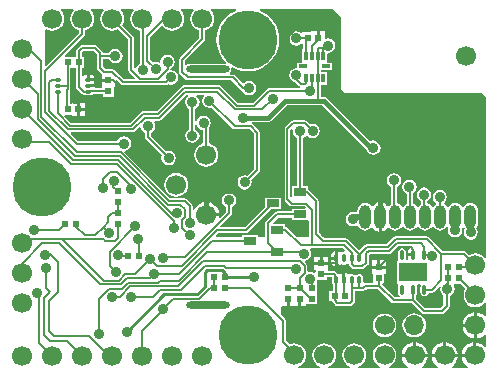
<source format=gtl>
%FSTAX25Y25*%
%MOIN*%
%SFA1B1*%

%IPPOS*%
%ADD10R,0.024410X0.024410*%
%ADD11R,0.022840X0.024410*%
%ADD12R,0.024410X0.022840*%
%ADD13R,0.024410X0.024410*%
%ADD14O,0.039370X0.078740*%
%ADD15O,0.013780X0.031500*%
%ADD16R,0.041340X0.025590*%
%ADD17O,0.023620X0.011810*%
%ADD18R,0.031500X0.011810*%
%ADD19R,0.011810X0.031500*%
%ADD20R,0.094490X0.064960*%
%ADD21O,0.015750X0.031500*%
%ADD22C,0.006000*%
%ADD23C,0.007000*%
%ADD24C,0.015750*%
%ADD25C,0.010000*%
%ADD26C,0.008000*%
%ADD27C,0.019690*%
%ADD28C,0.066930*%
%ADD29O,0.066930X0.066930*%
%ADD30C,0.196850*%
%ADD31O,0.145670X0.023620*%
%ADD32C,0.035430*%
%ADD33C,0.027560*%
%LNtop_board1-1*%
%LPD*%
G36*
X0195857Y0150483D02*
X020119D01*
X0201472Y0150099*
Y0144882*
X0197433*
X0194287Y0148027*
X0193973Y0148237*
X0193612Y0148309*
Y0149222*
X0189703*
X0189512Y0149684*
X019117Y0151343*
X0195857*
Y0150483*
G37*
G36*
X0196236Y0180675D02*
X0196106Y018002D01*
X019629Y0179094*
X0196814Y017831*
X0197555Y0177814*
Y0161722*
X0195857*
Y0158553*
X0195357Y0158262*
X019526Y0158317*
Y0180406*
X0195775Y0180921*
X0196236Y0180675*
G37*
G36*
X0130887Y0205844D02*
Y0205571D01*
X0130836Y0205315*
X0130887Y0205059*
Y0201314*
X0130961Y0200943*
X0131171Y0200629*
X0132156Y0199643*
X0132425Y0199268*
Y0197547*
X0134646*
Y0196547*
X0132425*
Y0194827*
X0132051Y0194524*
X0130509*
X013031Y0194776*
X0127953*
Y0195776*
X0130066*
X0130042Y0195896*
X0129799Y019626*
X0130042Y0196624*
X0130066Y0196744*
X0127953*
Y0197244*
X0127453*
Y0198866*
X0127362*
X0126742Y0198742*
X0126216Y0198391*
X0126205Y0198375*
X0125705Y0198526*
Y0201329*
X0126427*
Y020497*
X0125654*
Y0206499*
X0126124Y020697*
X0129762*
X0130887Y0205844*
G37*
G36*
X0209257Y0131398D02*
Y0129626D01*
X0209357Y0129123*
X0209551Y0128832*
Y0127017*
X0208219*
Y0123376*
X0209132*
X0209318Y0123098*
X0210261Y0122155*
X0210592Y0121934*
X0210982Y0121857*
X0215259*
X0215649Y0121934*
X021598Y0122155*
X0216624Y01228*
X0216845Y0123131*
X0216923Y0123521*
Y0126972*
X0219626*
X0220016Y012705*
X0220347Y0127271*
X0220698Y0127622*
X0224381*
X0229004Y0123*
X0229334Y0122778*
X0229724Y0122701*
X0235798*
X0239049Y011945*
X023938Y0119229*
X023977Y0119151*
X0245704*
X0246094Y0119229*
X0246425Y011945*
X0248048Y0121073*
X0248269Y0121404*
X0248347Y0121794*
Y0125282*
X0248563Y0125325*
X0249347Y0125849*
X0249871Y0126633*
X0250055Y0127559*
X0249871Y0128484*
X0249656Y0128807*
X0249644Y0128897*
X024994Y0129282*
X0252006*
X0253687Y01276*
X0253521Y0127384*
X0253124Y0126424*
X0252988Y0125394*
X0253124Y0124364*
X0253521Y0123403*
X0254154Y0122579*
X0254978Y0121947*
X0255938Y0121549*
X0256968Y0121413*
X0257999Y0121549*
X0258959Y0121947*
X0259783Y0122579*
X026013Y0123031*
X026063Y0122861*
Y011854*
X0260156Y0118379*
X0260068Y0118494*
X025916Y011919*
X0258103Y0119628*
X0257469Y0119712*
Y0115394*
Y0111076*
X0258103Y0111159*
X025916Y0111597*
X0260068Y0112294*
X0260156Y0112408*
X026063Y0112248*
Y0108224*
X026013Y0108054*
X0259793Y0108494*
X0258885Y010919*
X0257828Y0109628*
X0257193Y0109712*
Y0105394*
X0256693*
Y0104894*
X0252375*
X0252458Y0104259*
X0252896Y0103202*
X0253593Y0102294*
X0254391Y0101681*
X0254269Y0101181*
X0249117*
X0248994Y0101681*
X0249793Y0102294*
X0250489Y0103202*
X0250927Y0104259*
X0251011Y0104894*
X0242375*
X0242458Y0104259*
X0242896Y0103202*
X0243593Y0102294*
X0244391Y0101681*
X0244269Y0101181*
X0239117*
X0238994Y0101681*
X0239793Y0102294*
X024049Y0103202*
X0240928Y0104259*
X0241011Y0104894*
X0232375*
X0232458Y0104259*
X0232896Y0103202*
X0233593Y0102294*
X0234391Y0101681*
X0234269Y0101181*
X0228103*
X0228003Y0101681*
X0228644Y0101946*
X0229468Y0102579*
X0230101Y0103403*
X0230498Y0104364*
X0230634Y0105394*
X0230498Y0106424*
X0230101Y0107384*
X0229468Y0108208*
X0228644Y0108841*
X0227684Y0109239*
X0226654Y0109374*
X0225623Y0109239*
X0224663Y0108841*
X0223839Y0108208*
X0223206Y0107384*
X0222809Y0106424*
X0222673Y0105394*
X0222809Y0104364*
X0223206Y0103403*
X0223839Y0102579*
X0224663Y0101946*
X0225304Y0101681*
X0225204Y0101181*
X0218004*
X0217905Y0101681*
X0218545Y0101946*
X021937Y0102579*
X0220002Y0103403*
X02204Y0104364*
X0220536Y0105394*
X02204Y0106424*
X0220002Y0107384*
X021937Y0108208*
X0218545Y0108841*
X0217585Y0109239*
X0216555Y0109374*
X0215525Y0109239*
X0214565Y0108841*
X021374Y0108208*
X0213108Y0107384*
X021271Y0106424*
X0212575Y0105394*
X021271Y0104364*
X0213108Y0103403*
X021374Y0102579*
X0214565Y0101946*
X0215206Y0101681*
X0215106Y0101181*
X0208004*
X0207905Y0101681*
X0208545Y0101946*
X020937Y0102579*
X0210002Y0103403*
X02104Y0104364*
X0210536Y0105394*
X02104Y0106424*
X0210002Y0107384*
X020937Y0108208*
X0208545Y0108841*
X0207585Y0109239*
X0206555Y0109374*
X0205525Y0109239*
X0204565Y0108841*
X0203741Y0108208*
X0203108Y0107384*
X020271Y0106424*
X0202575Y0105394*
X020271Y0104364*
X0203108Y0103403*
X0203741Y0102579*
X0204565Y0101946*
X0205206Y0101681*
X0205106Y0101181*
X0198004*
X0197905Y0101681*
X0198545Y0101946*
X019937Y0102579*
X0200002Y0103403*
X02004Y0104364*
X0200536Y0105394*
X02004Y0106424*
X0200002Y0107384*
X019937Y0108208*
X0198545Y0108841*
X0197585Y0109239*
X0196555Y0109374*
X0195525Y0109239*
X0195074Y0109052*
X0193882Y0110244*
Y0116929*
X0193808Y01173*
X0193598Y0117614*
X0192126Y0119086*
Y0121551*
X0192626Y0121992*
X0193988*
Y0124213*
X0194988*
Y0121992*
X0196205*
X0197925*
Y0124134*
X0198925*
Y0121992*
X0200646*
Y0122392*
X0204183*
Y0125593*
Y0125876*
Y0126093*
Y0129576*
X0204171Y0130076*
X0204287Y013066*
X0207332*
Y0131461*
X0209205*
X0209257Y0131398*
G37*
G36*
X0238741Y0128723D02*
X0238654Y0128593D01*
X0238546Y0128051*
Y0126476*
X0238654Y0125935*
X023896Y0125476*
X0239419Y012517*
X0239961Y0125062*
X0240502Y012517*
X0240961Y0125476*
X0241267Y0125935*
X0241339Y0126295*
X024245*
X0242821Y0126369*
X0243135Y0126579*
X0244857Y0128301*
X0245318Y0128055*
X0245219Y0127559*
X0245403Y0126633*
X0245927Y0125849*
X0246308Y0125595*
Y0122217*
X0245281Y012119*
X0240193*
X023724Y0124143*
Y0125505*
X0237527Y0125935*
X0237635Y0126476*
Y0128051*
X0237527Y0128593*
X023744Y0128723*
X0237708Y0129223*
X0238474*
X0238741Y0128723*
G37*
G36*
X0235508Y0141372D02*
X0235501Y0141334D01*
X0234932Y0140954*
X0234537Y0140363*
X0234398Y0139665*
Y0139378*
X0236221*
Y0138378*
X0234398*
Y0138091*
X0234508Y0137539*
X0234276Y0137205*
X0234138Y013709*
X0234039*
X0233787Y0137549*
X0233895Y0138091*
Y0139665*
X0233787Y0140207*
X0233481Y0140666*
X0233022Y0140972*
X023248Y014108*
X0231939Y0140972*
X023148Y0140666*
X0231173Y0140207*
X0231066Y0139665*
Y0138091*
X0231173Y0137549*
X023126Y0137419*
X0230993Y0136919*
X0230896*
Y0129223*
X0230993*
X023126Y0128723*
X0231173Y0128593*
X0231066Y0128051*
Y0126476*
X0231173Y0125935*
X023148Y0125476*
X0231833Y012524*
X023173Y012474*
X0230147*
X0225908Y0128979*
X0226029Y0129479*
X0226624*
Y0132622*
X0227024*
Y0134343*
X0224803*
X0222583*
Y0132622*
X0222983*
Y0129661*
X0220276*
X0220059Y0129618*
X0219641Y0129875*
X0219562Y0129969*
Y0131398*
X0219462Y0131901*
X0219177Y0132327*
X0218751Y0132612*
X0218248Y0132712*
X0217745Y0132612*
X0217319Y0132327*
X0217269Y0132253*
X0216668*
X0216618Y0132327*
X0216192Y0132612*
X0215689Y0132712*
X0215186Y0132612*
X0215024Y0132503*
X0214372Y0132579*
X0214348Y0132615*
X0213789Y0132989*
X021363Y013302*
Y0130512*
X021263*
Y013302*
X0212471Y0132989*
X0211912Y0132615*
X0211888Y0132579*
X0211236Y0132503*
X0211074Y0132612*
X021105Y0132617*
X0210465Y0133201*
X0210134Y0133422*
X0209744Y01335*
X0208107*
X0207732Y0133803*
Y0135524*
X0205512*
X0203291*
Y0133803*
X0203691*
Y0133185*
X0203191Y0132918*
X0202845Y0133149*
X020192Y0133333*
X0201418Y0133233*
X0200918Y0133644*
Y0135094*
X0200848Y0135445*
X0200649Y0135742*
X0200003Y0136388*
X0200168Y0136931*
X0200738Y0137044*
X0201523Y0137569*
X0202047Y0138353*
X0202231Y0139278*
X0202047Y0140204*
X0201744Y0140657*
X0202011Y0141157*
X0212591*
X0213394Y0140354*
X0213148Y0139893*
X021313Y0139897*
X0212627Y0139797*
X0212465Y0139688*
X0211813Y0139763*
X0211789Y01398*
X021123Y0140174*
X0211071Y0140205*
Y0137697*
Y0135188*
X021123Y013522*
X0211789Y0135593*
X0211813Y013563*
X0212465Y0135705*
X0212627Y0135597*
X021313Y0135497*
X0213633Y0135597*
X0214059Y0135882*
X0214109Y0135956*
X0214227*
X021472Y0135886*
X0214794Y0135515*
X0215004Y0135201*
X021585Y0134354*
X0216165Y0134144*
X0216535Y0134071*
X0219291*
X0219662Y0134144*
X0219976Y0134354*
X0221157Y0135536*
X0221367Y013585*
X0221441Y0136221*
Y0138969*
X0221725Y0139253*
X022828*
X0228651Y0139327*
X0228965Y0139537*
X0231263Y0141834*
X0235345*
X0235508Y0141372*
G37*
G36*
X0212205Y021811D02*
Y0194095D01*
X0213386Y0192913*
X0259055*
X026063Y0191339*
Y0151969*
Y0137926*
X026013Y0137756*
X0259783Y0138208*
X0258959Y0138841*
X0257999Y0139239*
X0256968Y0139374*
X0255938Y0139239*
X0254978Y0138841*
X0254929Y0138803*
X0253731Y0140001*
X0253417Y0140211*
X0253046Y0140285*
X0246036*
X0241533Y0144788*
X0241218Y0144998*
X0240848Y0145071*
X0230323*
X0229953Y0144998*
X0229779Y0144882*
X0229638Y0144788*
X0227341Y014249*
X0220754*
X0220383Y0142417*
X0220069Y0142207*
X0218258Y0140395*
X0214542Y0144111*
X0214228Y0144321*
X0213858Y0144395*
X020668*
X0206193Y0144882*
X0205586Y0145489*
X0204709Y0146366*
Y0156791*
X0204635Y0157162*
X0204425Y0157476*
X0201374Y0160527*
X0201191Y016065*
Y0161722*
X0199492*
Y0177814*
X0200234Y017831*
X0200381Y0178531*
X0200881*
X0200957Y0178417*
X0201742Y0177893*
X0202667Y0177709*
X0203593Y0177893*
X0204377Y0178417*
X0204901Y0179201*
X0205085Y0180127*
X0204901Y0181052*
X0204377Y0181837*
X0203593Y0182361*
X0202667Y0182545*
X0201793Y0182371*
X0200704Y018346*
X0200389Y018367*
X0200019Y0183744*
X019626*
X0195889Y018367*
X0195575Y018346*
X0193606Y0181492*
X0193396Y0181178*
X0193323Y0180807*
Y0157579*
X0193396Y0157208*
X0193606Y0156894*
X0195181Y0155319*
X0195495Y0155109*
X0195866Y0155035*
X0199993*
X0200324Y0154704*
X0200133Y0154242*
X0195857*
Y0153382*
X0190748*
X0190358Y0153304*
X0190027Y0153083*
X0187157Y0150213*
X0186936Y0149882*
X0186858Y0149492*
Y0144882*
X0184557*
Y0145482*
X0179223*
Y0144882*
X0170657*
X0170466Y0145344*
X0171299Y0146177*
X0180512*
X0180883Y0146251*
X0181197Y0146461*
X0188959Y0154223*
X0192135*
Y0157982*
X0186802*
Y0154805*
X0180111Y0148114*
X017205*
X0171858Y0148576*
X0175452Y015217*
X0175651Y0152468*
X0175721Y0152819*
Y0154851*
X0175728Y0154853*
X0176513Y0155377*
X0177037Y0156161*
X0177221Y0157087*
X0177037Y0158012*
X0176513Y0158797*
X0175728Y0159321*
X0174803Y0159505*
X0173878Y0159321*
X0173093Y0158797*
X0172569Y0158012*
X0172385Y0157087*
X0172569Y0156161*
X0173093Y0155377*
X0173878Y0154853*
X0173886Y0154851*
Y0153199*
X0171972Y0151285*
X0171498Y0151519*
X0171523Y0151705*
X0167205*
Y0152205*
X0166705*
Y0156523*
X016607Y0156439*
X0165013Y0156001*
X0164105Y0155305*
X0163408Y0154397*
X0163216Y0153933*
X0162716Y0154033*
Y0155131*
X0162646Y0155482*
X0162447Y015578*
X0160746Y0157481*
X0160448Y015768*
X0160097Y0157749*
X015743*
X0157397Y0158249*
X0157496Y0158263*
X0158235Y015836*
X0159195Y0158757*
X0160019Y015939*
X0160652Y0160214*
X016105Y0161174*
X0161185Y0162205*
X016105Y0163235*
X0160652Y0164195*
X0160019Y0165019*
X0159195Y0165652*
X0158235Y016605*
X0157205Y0166185*
X0156175Y016605*
X0155215Y0165652*
X015439Y0165019*
X0153758Y0164195*
X015336Y0163235*
X0153224Y0162205*
X015336Y0161174*
X0153758Y0160214*
X015439Y015939*
X0155215Y0158757*
X0156175Y015836*
X0156913Y0158263*
X0157013Y0158249*
X015698Y0157749*
X0155272*
X0139932Y017309*
X0140097Y0173632*
X0140689Y017375*
X0141473Y0174274*
X0141998Y0175058*
X0142182Y0175984*
X0141998Y0176909*
X0141473Y0177694*
X0140689Y0178218*
X0139763Y0178402*
X0138838Y0178218*
X0138054Y0177694*
X013753Y0176909*
X0137528Y0176901*
X0124498*
X0122107Y0179294*
X0122298Y0179755*
X014282*
X0143191Y0179829*
X0143505Y0180039*
X0144981Y0181516*
X0145524Y0181351*
X0145601Y0180964*
X0146125Y018018*
X0146866Y0179685*
Y0178051*
X014694Y0177681*
X014715Y0177366*
X015248Y0172036*
X0152306Y0171161*
X015249Y0170236*
X0153015Y0169452*
X0153799Y0168927*
X0154724Y0168743*
X015565Y0168927*
X0156434Y0169452*
X0156958Y0170236*
X0157142Y0171161*
X0156958Y0172087*
X0156434Y0172871*
X015565Y0173396*
X0154724Y017358*
X015385Y0173406*
X0148803Y0178452*
Y0179685*
X0149545Y018018*
X0150069Y0180964*
X0150253Y018189*
X0150069Y0182815*
X014985Y0183143*
X0150117Y0183643*
X0151541*
X0151911Y0183716*
X0152225Y0183926*
X0160637Y0192339*
X0161136*
X0161287Y0191839*
X0160889Y0191572*
X0160364Y0190788*
X016018Y0189862*
X0160364Y0188937*
X0160889Y0188152*
X016163Y0187657*
Y0180847*
X0160889Y0180352*
X0160364Y0179567*
X016018Y0178642*
X0160364Y0177716*
X0160889Y0176932*
X0161673Y0176408*
X0162598Y0176224*
X0163524Y0176408*
X0164308Y0176932*
X0164832Y0177716*
X0165016Y0178642*
X0164832Y0179567*
X0164308Y0180352*
X0163567Y0180847*
Y0182039*
X0164067Y0182088*
X0164113Y0181859*
X0164637Y0181075*
X0165421Y0180551*
X0166185Y0180398*
Y0176051*
X0166174Y017605*
X0165215Y0175652*
X016439Y0175019*
X0163758Y0174195*
X016336Y0173235*
X0163224Y0172205*
X016336Y0171175*
X0163758Y0170214*
X016439Y016939*
X0165215Y0168757*
X0166174Y016836*
X0167205Y0168224*
X0168235Y016836*
X0169195Y0168757*
X0170019Y016939*
X0170652Y0170214*
X017105Y0171175*
X0171185Y0172205*
X017105Y0173235*
X0170652Y0174195*
X0170019Y0175019*
X0169195Y0175652*
X0168235Y017605*
X0168224Y0176051*
Y0181326*
X0168581Y0181859*
X0168765Y0182784*
X0168581Y018371*
X0168057Y0184494*
X0167272Y0185019*
X0166347Y0185203*
X0165421Y0185019*
X0164637Y0184494*
X0164113Y018371*
X0164067Y0183481*
X0163567Y018353*
Y0187657*
X0164308Y0188152*
X0164832Y0188937*
X0165016Y0189862*
X0164832Y0190788*
X0164308Y0191572*
X016391Y0191839*
X0164061Y0192339*
X0166324*
X0166512Y0191839*
X0166073Y0191181*
X0165889Y0190256*
X0166073Y018933*
X0166597Y0188546*
X0167382Y0188022*
X0168307Y0187838*
X0169182Y0188012*
X0176185Y0181008*
X0176499Y0180798*
X017687Y0180724*
X0181685*
X0183185Y0179225*
Y0167626*
X0180894Y0165335*
X018002Y0165509*
X0179094Y0165325*
X017831Y01648*
X0177786Y0164016*
X0177602Y0163091*
X0177786Y0162165*
X017831Y0161381*
X0179094Y0160856*
X018002Y0160672*
X0180945Y0160856*
X0181729Y0161381*
X0182254Y0162165*
X0182438Y0163091*
X0182264Y0163965*
X0184838Y016654*
X0185048Y0166854*
X0185122Y0167224*
Y0179626*
X0185048Y0179997*
X0184838Y0180311*
X0182772Y0182378*
X0182457Y0182588*
X018243Y0182593*
X0182479Y0183093*
X0187756*
X0188297Y0183201*
X0188756Y0183508*
X019409Y0188841*
X020591*
X0220607Y0174145*
X0220699Y0173681*
X0221223Y0172896*
X0222008Y0172372*
X0222933Y0172188*
X0223858Y0172372*
X0224643Y0172896*
X0225167Y0173681*
X0225351Y0174606*
X0225167Y0175532*
X0224643Y0176316*
X0223858Y017684*
X0222933Y0177024*
X0222008Y017684*
X022195Y0176802*
X0207496Y0191256*
X0207037Y0191563*
X0206496Y0191671*
X0205465*
Y019566*
X0207489*
Y0200009*
X020535*
Y0200581*
X0209261*
Y0202962*
X0207916*
X0207489Y020314*
Y0205928*
X0207874Y0206243*
X0208799Y0206427*
X0209584Y0206952*
X0210108Y0207736*
X0210292Y0208661*
X0210108Y0209587*
X0209584Y0210371*
X0208799Y0210895*
X0207874Y021108*
X0207248Y0210955*
X0206748Y0211317*
Y0213441*
X0205027*
Y021122*
X0204027*
Y0213441*
X0202307*
Y0213041*
X0199164*
X0198664Y0212928*
X019817Y0213258*
X0197244Y0213442*
X0196319Y0213258*
X0195534Y0212734*
X019501Y0211949*
X0194826Y0211024*
X019501Y0210098*
X0195534Y0209314*
X0196319Y020879*
X0197244Y0208606*
X019817Y020879*
X0198755Y020918*
X0198893Y0209255*
X0199177Y020917*
X0199374Y0209042*
Y020749*
X0199203*
Y020314*
X0198777Y0202962*
X0197431*
Y0201294*
X0197254Y0201148*
X0196328Y0200964*
X0195544Y020044*
X019502Y0199655*
X0194836Y019873*
X019502Y0197805*
X0195544Y019702*
X0196328Y0196496*
X0197064Y019635*
X0198189Y0195225*
X0198474Y0195034*
X019848Y0194997*
X0198236Y0194534*
X0188263*
X0187912Y0194464*
X0187615Y0194265*
X0182908Y0189559*
X017788*
X0172233Y0195206*
X0171936Y0195405*
X0171585Y0195475*
X0159719*
X0159367Y0195405*
X015907Y0195206*
X0150643Y0186779*
X014619*
X0145838Y0186709*
X0145541Y018651*
X0141922Y0182892*
X0122146*
X0119919Y0185119*
X012011Y0185581*
X0122386*
Y0185181*
X0124106*
Y0187401*
Y0189622*
X0122386*
Y0189222*
X012186*
Y0193675*
X0121879Y0193704*
X0121953Y0194075*
Y0195276*
Y0201329*
X0122726*
X0122943*
X0123665*
Y0195*
X0123743Y019461*
X0123964Y0194279*
X0125657Y0192586*
X0125988Y0192365*
X0126378Y0192288*
X0126745*
X0126898Y0192186*
X0127362Y0192093*
X0128543*
X0129008Y0192186*
X0129402Y0192449*
X0129425Y0192484*
X0132825*
Y0191683*
X0136466*
Y0194827*
X0136866*
Y0196938*
X0137328Y0197129*
X013872Y0195737*
X0139034Y0195527*
X0139405Y0195453*
X0153902*
X0154273Y0195527*
X0154587Y0195737*
X0154637Y0195787*
X0155512Y0195613*
X0156437Y0195798*
X0157222Y0196322*
X0157746Y0197106*
X015793Y0198031*
X0157746Y0198957*
X0157222Y0199741*
X0156437Y0200266*
X0155616Y0200429*
X0155497Y0200474*
X0155477Y0200508*
X0155256Y0200916*
X0156041Y020144*
X0156565Y0202224*
X0156749Y020315*
X0156565Y0204075*
X0156041Y0204859*
X0155256Y0205384*
X0154331Y0205568*
X0153405Y0205384*
X0152621Y0204859*
X0152097Y0204075*
X0151926Y0203217*
X015149Y0202907*
X0151319Y0203021*
X0150393Y0203205*
X0149519Y0203031*
X0148606Y0203944*
Y021141*
X0152312Y0215116*
X0152811Y0215083*
X0153071Y0214744*
X0153896Y0214112*
X0154856Y0213714*
X0155886Y0213579*
X0156916Y0213714*
X0157876Y0214112*
X0158701Y0214744*
X0159333Y0215569*
X0159731Y0216529*
X0159866Y0217559*
X0159731Y0218589*
X0159333Y0219549*
X0158706Y0220366*
X0158731Y0220555*
X0158836Y0220866*
X0162935*
X0163041Y0220555*
X0163065Y0220366*
X0162439Y0219549*
X0162041Y0218589*
X0161905Y0217559*
X0162041Y0216529*
X0162439Y0215569*
X0163071Y0214744*
X0163896Y0214112*
X0164856Y0213714*
X0164917Y0213706*
Y0211169*
X015837Y0204622*
X015816Y0204308*
X0158087Y0203937*
Y02*
X015816Y0199629*
X015837Y0199315*
X0160339Y0197347*
X0160653Y0197137*
X0161024Y0197063*
X0175583*
X0178843Y0193803*
X0179157Y0193593*
X017926Y0193573*
X0179262Y0193562*
X0179786Y0192778*
X018057Y0192254*
X0181496Y019207*
X0182421Y0192254*
X0183206Y0192778*
X018373Y0193562*
X0183914Y0194488*
X018373Y0195413*
X0183206Y0196198*
X0182421Y0196722*
X0181496Y0196906*
X018057Y0196722*
X0179786Y0196198*
X0179765Y0196167*
X0179268Y0196118*
X0176669Y0198716*
X0176355Y0198926*
X0175984Y0199*
X017525*
X0175098Y01995*
X0175103Y0199503*
X0175497Y0200093*
X0175635Y0200787*
X0175554Y0201197*
X0176001Y0201509*
X0176347Y0201297*
X0177865Y0200668*
X0179464Y0200284*
X0181102Y0200155*
X0182741Y0200284*
X0184339Y0200668*
X0185858Y0201297*
X0187259Y0202156*
X0188509Y0203223*
X0189577Y0204473*
X0190435Y0205874*
X0191065Y0207393*
X0191448Y0208991*
X0191577Y021063*
X0191448Y0212268*
X0191065Y0213867*
X0190435Y0215385*
X0189577Y0216787*
X0188509Y0218037*
X0187259Y0219104*
X0185858Y0219963*
X0184885Y0220366*
X0184984Y0220866*
X0209449*
X0212205Y021811*
G37*
G36*
X017732Y0220366D02*
X0176347Y0219963D01*
X0174945Y0219104*
X0173696Y0218037*
X0172628Y0216787*
X0171769Y0215385*
X017114Y0213867*
X0170756Y0212268*
X0170627Y021063*
X0170756Y0208991*
X017114Y0207393*
X0171769Y0205874*
X0172628Y0204473*
X0173696Y0203223*
X0173852Y020309*
X0173651Y0202603*
X0161614*
X0160919Y0202465*
X0160524Y0202201*
X0160024Y0202445*
Y0203536*
X0166571Y0210083*
X0166781Y0210397*
X0166854Y0210768*
Y0213706*
X0166916Y0213714*
X0167876Y0214112*
X0168701Y0214744*
X0169333Y0215569*
X0169731Y0216529*
X0169866Y0217559*
X0169731Y0218589*
X0169333Y0219549*
X0168706Y0220366*
X0168731Y0220555*
X0168836Y0220866*
X017722*
X017732Y0220366*
G37*
G36*
X0143041Y0220555D02*
X0143065Y0220366D01*
X0142439Y0219549*
X0142041Y0218589*
X0141905Y0217559*
X0142041Y0216529*
X0142439Y0215569*
X0143071Y0214744*
X0143896Y0214112*
X0144856Y0213714*
X0145094Y0213683*
Y0202599*
X0144353Y0202103*
X0143857Y0201361*
X0143797Y0201309*
X0143287Y0201161*
X0143142Y0201269*
Y0211221*
X0143072Y0211572*
X0142873Y0211869*
X0139264Y0215479*
X0139333Y0215569*
X0139731Y0216529*
X0139866Y0217559*
X0139731Y0218589*
X0139333Y0219549*
X0138706Y0220366*
X0138731Y0220555*
X0138837Y0220866*
X0142935*
X0143041Y0220555*
G37*
G36*
X0133041D02*
X0133065Y0220366D01*
X0132439Y0219549*
X0132041Y0218589*
X0131905Y0217559*
X0132041Y0216529*
X0132439Y0215569*
X0133071Y0214744*
X0133896Y0214112*
X0134856Y0213714*
X0135886Y0213579*
X0136916Y0213714*
X0137876Y0214112*
X0137966Y0214181*
X0141307Y021084*
Y0200453*
X0141377Y0200102*
X0141576Y0199804*
X0143528Y0197852*
X0143336Y019739*
X0139806*
X013661Y0200587*
X0136296Y0200797*
X0135925Y020087*
X0133669*
X0132824Y0201715*
Y0204295*
X0134686*
X0135206Y0203517*
X0135991Y0202993*
X0136916Y0202808*
X0137841Y0202993*
X0138626Y0203517*
X013915Y0204301*
X0139334Y0205226*
X013915Y0206152*
X0138626Y0206936*
X0137841Y0207461*
X0136916Y0207645*
X0135991Y0207461*
X0135206Y0206936*
X0134804Y0206334*
X0132806*
X013275Y0206616*
X013254Y020693*
X0130848Y0208623*
X0130533Y0208833*
X0130163Y0208907*
X0125723*
X0125353Y0208833*
X0125038Y0208623*
X0124Y0207585*
X012379Y0207271*
X0123716Y02069*
Y020497*
X0122943*
X0122726*
X0120307*
X0120116Y0205432*
X0126535Y0211851*
X0126734Y0212149*
X0126803Y02125*
Y0213699*
X0126916Y0213714*
X0127876Y0214112*
X01287Y0214744*
X0129333Y0215569*
X0129731Y0216529*
X0129866Y0217559*
X0129731Y0218589*
X0129333Y0219549*
X0128706Y0220366*
X0128731Y0220555*
X0128837Y0220866*
X0132935*
X0133041Y0220555*
G37*
G36*
X0123041D02*
X0123065Y0220366D01*
X0122439Y0219549*
X0122041Y0218589*
X0121905Y0217559*
X0122041Y0216529*
X0122439Y0215569*
X0123071Y0214744*
X0123896Y0214112*
X0124856Y0213714*
X0124968Y0213699*
Y021288*
X0113848Y020176*
X0113386Y0201951*
Y0213938*
X0113834Y0214159*
X0113896Y0214112*
X0114856Y0213714*
X0115886Y0213579*
X0116916Y0213714*
X0117876Y0214112*
X0118701Y0214744*
X0119333Y0215569*
X0119731Y0216529*
X0119866Y0217559*
X0119731Y0218589*
X0119333Y0219549*
X0118706Y0220366*
X0118731Y0220555*
X0118836Y0220866*
X0122935*
X0123041Y0220555*
G37*
%LNtop_board1-2*%
%LPC*%
G36*
X0128543Y0198866D02*
X0128453D01*
Y0197744*
X0130066*
X0130042Y0197865*
X012969Y0198391*
X0129164Y0198742*
X0128543Y0198866*
G37*
G36*
X0226654Y0119335D02*
X0225623Y0119199D01*
X0224663Y0118801*
X0223839Y0118169*
X0223206Y0117345*
X0222809Y0116385*
X0222673Y0115354*
X0222809Y0114324*
X0223206Y0113364*
X0223839Y011254*
X0224663Y0111907*
X0225623Y011151*
X0226654Y0111374*
X0227684Y011151*
X0228644Y0111907*
X0229468Y011254*
X0230101Y0113364*
X0230498Y0114324*
X0230634Y0115354*
X0230498Y0116385*
X0230101Y0117345*
X0229468Y0118169*
X0228644Y0118801*
X0227684Y0119199*
X0226654Y0119335*
G37*
G36*
X0256469Y0119712D02*
X0255834Y0119628D01*
X0254777Y011919*
X0253869Y0118494*
X0253172Y0117586*
X0252734Y0116528*
X025265Y0115894*
X0256469*
Y0119712*
G37*
G36*
X0236614Y0119374D02*
X0235584Y0119239D01*
X0234624Y0118841*
X02338Y0118208*
X0233167Y0117384*
X0232769Y0116424*
X0232634Y0115394*
X0232769Y0114364*
X0233167Y0113403*
X02338Y0112579*
X0234624Y0111946*
X0235584Y0111549*
X0236614Y0111413*
X0237644Y0111549*
X0238604Y0111946*
X0239429Y0112579*
X0240061Y0113403*
X0240459Y0114364*
X0240595Y0115394*
X0240459Y0116424*
X0240061Y0117384*
X0239429Y0118208*
X0238604Y0118841*
X0237644Y0119239*
X0236614Y0119374*
G37*
G36*
X0246193Y0109712D02*
X0245558Y0109628D01*
X0244501Y010919*
X0243593Y0108494*
X0242896Y0107586*
X0242458Y0106528*
X0242375Y0105894*
X0246193*
Y0109712*
G37*
G36*
X0237193D02*
Y0105894D01*
X0241011*
X0240928Y0106528*
X024049Y0107586*
X0239793Y0108494*
X0238885Y010919*
X0237828Y0109628*
X0237193Y0109712*
G37*
G36*
X0236193D02*
X0235558Y0109628D01*
X0234501Y010919*
X0233593Y0108494*
X0232896Y0107586*
X0232458Y0106528*
X0232375Y0105894*
X0236193*
Y0109712*
G37*
G36*
X0256469Y0114894D02*
X025265D01*
X0252734Y0114259*
X0253172Y0113202*
X0253869Y0112294*
X0254777Y0111597*
X0255834Y0111159*
X0256469Y0111076*
Y0114894*
G37*
G36*
X0256193Y0109712D02*
X0255558Y0109628D01*
X0254501Y010919*
X0253593Y0108494*
X0252896Y0107586*
X0252458Y0106528*
X0252375Y0105894*
X0256193*
Y0109712*
G37*
G36*
X0247193D02*
Y0105894D01*
X0251011*
X0250927Y0106528*
X0250489Y0107586*
X0249793Y0108494*
X0248885Y010919*
X0247828Y0109628*
X0247193Y0109712*
G37*
G36*
X0210071Y0137197D02*
X0208849D01*
Y0136811*
X020898Y0136152*
X0209353Y0135593*
X0209912Y013522*
X0210071Y0135188*
Y0137197*
G37*
G36*
X0227024Y0137063D02*
X0225303D01*
Y0135343*
X0227024*
Y0137063*
G37*
G36*
X0224303D02*
X0222583D01*
Y0135343*
X0224303*
Y0137063*
G37*
G36*
X0205012Y0138244D02*
X0203291D01*
Y0136524*
X0205012*
Y0138244*
G37*
G36*
X0210071Y0140205D02*
X0209912Y0140174D01*
X0209353Y01398*
X020898Y0139242*
X0208849Y0138583*
Y0138197*
X0210071*
Y0140205*
G37*
G36*
X0207732Y0138244D02*
X0206012D01*
Y0136524*
X0207732*
Y0138244*
G37*
G36*
X0229823Y0166198D02*
X0228898Y0166014D01*
X0228113Y0165489*
X0227589Y0164705*
X0227405Y0163779*
X0227589Y0162854*
X0228113Y016207*
X0228854Y0161574*
Y0155766*
X0228345Y0155375*
X0228233Y0155229*
X0228159Y0155199*
X0227614Y0155244*
X0227294Y015566*
X0226674Y0156136*
X0225952Y0156435*
X0225677Y0156472*
Y0151575*
Y0146678*
X0225952Y0146714*
X0226674Y0147013*
X0227294Y0147489*
X0227614Y0147906*
X0228159Y0147951*
X0228233Y0147921*
X0228345Y0147774*
X0228882Y0147363*
X0229507Y0147104*
X0230177Y0147016*
X0230848Y0147104*
X0231472Y0147363*
X0232009Y0147774*
X0232402Y0148287*
X0232672Y0148327*
X0232682*
X0232788Y0148311*
X0232952Y0148287*
X0233345Y0147774*
X0233882Y0147363*
X0234507Y0147104*
X0235177Y0147016*
X0235848Y0147104*
X0236473Y0147363*
X0237009Y0147774*
X0237402Y0148287*
X0237672Y0148327*
X0237682*
X0237952Y0148287*
X0238345Y0147774*
X0238882Y0147363*
X0239507Y0147104*
X0240177Y0147016*
X0240848Y0147104*
X0241473Y0147363*
X0242009Y0147774*
X0242402Y0148287*
X0242672Y0148327*
X0242682*
X0242952Y0148287*
X0243345Y0147774*
X0243882Y0147363*
X0244507Y0147104*
X0245177Y0147016*
X0245848Y0147104*
X0246473Y0147363*
X0247009Y0147774*
X0247028Y01478*
X024721Y0148037*
X0247612Y0148085*
X0247811Y0148027*
X0247909Y01478*
X0247779Y0147146*
X0247963Y014622*
X0248487Y0145436*
X0248568Y0145382*
X0249271Y0144912*
X0250197Y0144728*
X0251122Y0144912*
X0251907Y0145436*
X0252431Y014622*
X0252615Y0147146*
X0252486Y0147794*
X0252554Y0147988*
X0252646Y0148028*
X0253181Y0147988*
X0253345Y0147774*
X0253452Y0147692*
X0253179Y0147284*
X0252995Y0146358*
X0253179Y0145433*
X0253703Y0144648*
X0254488Y0144124*
X0255413Y014394*
X0256339Y0144124*
X0257123Y0144648*
X0257647Y0145433*
X0257832Y0146358*
X0257647Y0147284*
X0257175Y0147991*
X0257421Y0148311*
X025768Y0148936*
X0257768Y0149606*
Y0151969*
Y0153543*
X025768Y0154214*
X0257421Y0154839*
X0257009Y0155375*
X0256472Y0155787*
X0255848Y0156046*
X0255177Y0156134*
X0254507Y0156046*
X0253882Y0155787*
X0253345Y0155375*
X0252952Y0154863*
X0252682Y0154823*
X0252672*
X0252402Y0154863*
X0252009Y0155375*
X0251472Y0155787*
X0250848Y0156046*
X0250177Y0156134*
X0249507Y0156046*
X0248882Y0155787*
X0248345Y0155375*
X0247952Y0154863*
X0247682Y0154823*
X0247672*
X0247402Y0154863*
X0247009Y0155375*
X024657Y0155712*
X0246516Y0156086*
X0246546Y0156298*
X0246789Y0156459*
X0247313Y0157244*
X0247497Y0158169*
X0247313Y0159095*
X0246789Y0159879*
X0246004Y0160403*
X0245079Y0160587*
X0244153Y0160403*
X0243369Y0159879*
X0242845Y0159095*
X0242661Y0158169*
X0242845Y0157244*
X0243369Y0156459*
X0243688Y0156246*
X024372Y0156169*
X0243693Y0155642*
X0243345Y0155375*
X0242952Y0154863*
X0242682Y0154823*
X0242672*
X0242402Y0154863*
X0242009Y0155375*
X0241473Y0155787*
X0240848Y0156046*
X0240831Y0156048*
Y0156752*
X0241572Y0157247*
X0242096Y0158031*
X024228Y0158957*
X0242096Y0159882*
X0241572Y0160667*
X0240788Y0161191*
X0239862Y0161375*
X0238937Y0161191*
X0238152Y0160667*
X0237628Y0159882*
X0237444Y0158957*
X0237628Y0158031*
X0238152Y0157247*
X0238894Y0156752*
Y0155792*
X0238882Y0155787*
X0238345Y0155375*
X0237952Y0154863*
X0237682Y0154823*
X0237672*
X0237402Y0154863*
X0237009Y0155375*
X0236473Y0155787*
X0236146Y0155922*
Y0159468*
X0236651Y0159806*
X0237175Y016059*
X0237359Y0161516*
X0237175Y0162441*
X0236651Y0163226*
X0235866Y016375*
X0234941Y0163934*
X0234016Y016375*
X0233231Y0163226*
X0232707Y0162441*
X0232523Y0161516*
X0232707Y016059*
X0233231Y0159806*
X0234016Y0159282*
X0234209Y0159243*
Y0155922*
X0233882Y0155787*
X0233345Y0155375*
X0232952Y0154863*
X0232682Y0154823*
X0232672*
X0232402Y0154863*
X0232009Y0155375*
X0231472Y0155787*
X0230848Y0156046*
X0230791Y0156053*
Y0161574*
X0231533Y016207*
X0232057Y0162854*
X0232241Y0163779*
X0232057Y0164705*
X0231533Y0165489*
X0230748Y0166014*
X0229823Y0166198*
G37*
G36*
X0224677Y0156472D02*
X0224402Y0156435D01*
X022368Y0156136*
X022306Y015566*
X022274Y0155244*
X0222195Y0155199*
X0222121Y0155229*
X0222009Y0155375*
X0221473Y0155787*
X0220848Y0156046*
X0220177Y0156134*
X0219507Y0156046*
X0218882Y0155787*
X0218345Y0155375*
X0217934Y0154839*
X0217675Y0154214*
X0217586Y0153543*
Y015319*
X0216929*
X0216574Y015312*
X0216142Y0153206*
X0215216Y0153021*
X0214432Y0152497*
X0213908Y0151713*
X0213859Y0151469*
X0213724Y0150787*
X0213908Y0149862*
X0214432Y0149077*
X0215216Y0148553*
X0216142Y0148369*
X0217067Y0148553*
X0217243Y0148671*
X0217862Y0148483*
X0217934Y0148311*
X0218345Y0147774*
X0218882Y0147363*
X0219507Y0147104*
X0220177Y0147016*
X0220848Y0147104*
X0221473Y0147363*
X0222009Y0147774*
X0222121Y0147921*
X0222195Y0147951*
X022274Y0147906*
X022306Y0147489*
X022368Y0147013*
X0224402Y0146714*
X0224677Y0146678*
Y0151575*
Y0156472*
G37*
G36*
X0126827Y0186901D02*
X0125106D01*
Y0185181*
X0126827*
Y0186901*
G37*
G36*
Y0189622D02*
X0125106D01*
Y0187901*
X0126827*
Y0189622*
G37*
G36*
X0167705Y0156523D02*
Y0152705D01*
X0171523*
X0171439Y0153339*
X0171001Y0154397*
X0170305Y0155305*
X0169397Y0156001*
X0168339Y0156439*
X0167705Y0156523*
G37*
%LNtop_board1-3*%
%LPD*%
G54D10*
X0173425Y0127953D03*
X0169882D03*
X0144685Y0138681D03*
X0141142D03*
X0200984Y021122D03*
X0204527D03*
X0213583Y0125197D03*
X0210039D03*
X0121063Y0187402D03*
X0124606D03*
G54D11*
X0124685Y020315D03*
X0120984D03*
X0120098Y0149213D03*
X0123799D03*
X0251555Y0131102D03*
X0247854D03*
X0251457Y0134941D03*
X0247756D03*
X0169902Y0131496D03*
X0173602D03*
G54D12*
X0137697Y0149134D03*
Y0152835D03*
Y0160118D03*
Y0156417D03*
X0198425Y0127835D03*
Y0124134D03*
X0202362Y0127835D03*
Y0124134D03*
G54D13*
X0205512Y0136024D03*
Y013248D03*
X0134646Y0193504D03*
Y0197047D03*
X0194488Y0127756D03*
Y0124213D03*
X0224803Y0131299D03*
Y0134843D03*
G54D14*
X0255177Y0151575D03*
X0250177D03*
X0245177D03*
X0240177D03*
X0235177D03*
X0230177D03*
X0225177D03*
X0220177D03*
G54D15*
X0210571Y0137697D03*
X021313D03*
X0215689D03*
X0218248D03*
Y0130512D03*
X0215689D03*
X021313D03*
X0210571D03*
G54D16*
X018189Y0143602D03*
X0190945Y0147343D03*
Y0139862D03*
X0189469Y0156102D03*
X0198524Y0159843D03*
Y0152362D03*
G54D17*
X0117717Y0193307D03*
Y0195276D03*
Y0197244D03*
X0127953D03*
Y0195276D03*
Y0193307D03*
G54D18*
X0207086Y0201772D03*
X0199606D03*
G54D19*
X0200394Y0205315D03*
X0202362D03*
X020433D03*
X0206299D03*
Y0197835D03*
X020433D03*
X0202362D03*
X0200394D03*
G54D20*
X0236221Y0133071D03*
G54D21*
X0239961Y0127264D03*
X0236221D03*
X023248D03*
Y0138878D03*
X0236221D03*
X0239961D03*
G54D22*
X01244Y0191732D02*
X0124409D01*
X0123613Y0190945D02*
X01244Y0191732D01*
X0113386Y0137931D02*
Y0138976D01*
Y0137931D02*
X0113521Y0137795D01*
X0115004Y0139278*
X0113779Y0127926D02*
X0115065Y0126641D01*
X0113779Y0127926D02*
Y0134645D01*
X0117736Y0126496D02*
Y0136546D01*
X0115004Y0139278D02*
X0117736Y0136546D01*
X0160281Y0138297D02*
X0174803Y0152819D01*
Y0157087*
X0152667Y0138297D02*
X0160281D01*
X0171585Y0194557D02*
X01775Y0188642D01*
X0159719Y0194557D02*
X0171585D01*
X0151023Y0185861D02*
X0159719Y0194557D01*
X0151707Y01272D02*
X0158712D01*
X0122047Y0169291D02*
X0137341D01*
X0114685Y0176654D02*
X0122047Y0169291D01*
X0105866Y0176654D02*
X0114685D01*
X0122914Y0170491D02*
X0137838D01*
X0105866Y0187539D02*
X0122914Y0170491D01*
X0111024Y0184252D02*
X0123584Y0171691D01*
X0111024Y0184252D02*
Y0192618D01*
X0112224Y0184824D02*
X0124016Y0173031D01*
X0112224Y0184824D02*
Y0203623D01*
X0124016Y0173031D02*
X0138692D01*
X0135886Y0217559D02*
X0142224Y0211221D01*
Y0200453D02*
Y0211221D01*
Y0200453D02*
X0145006Y0197672D01*
X0151056*
X0142302Y0181974D02*
X014619Y0185861D01*
X0117717Y0186024D02*
X0121766Y0181974D01*
X0142302*
X0135827Y0124803D02*
X0138348D01*
X0135039Y0135039D02*
X0137008Y0133071D01*
X0138348Y0124803D02*
X0141945Y01284D01*
X0135039Y0135039D02*
Y0139961D01*
X0143504Y0148425*
X0141945Y01284D02*
X0157927D01*
X0166261Y0136733*
X0149409Y0124901D02*
X0151707Y01272D01*
X0166261Y0136733D02*
X019836D01*
X02Y0135094*
Y0132774D02*
Y0135094D01*
X0198425Y0131199D02*
X02Y0132774D01*
X0198425Y0127835D02*
Y0131199D01*
X0202126Y0124134D02*
X0202362D01*
X0198425Y0127835D02*
X0202126Y0124134D01*
X0194488Y0127756D02*
X0198346D01*
X0154331Y0200946D02*
Y020315D01*
X0151056Y0197672D02*
X0154331Y0200946D01*
X014619Y0185861D02*
X0151023D01*
X0201673Y0193602D02*
X0202362Y0194291D01*
X0201659Y0193617D02*
X0201673Y0193602D01*
X0183289Y0188642D02*
X0188263Y0193617D01*
X01775Y0188642D02*
X0183289D01*
X0158712Y01272D02*
X0166779Y0135266D01*
X0173911Y0134538D02*
X0197254D01*
X0173182Y0135266D02*
X0173911Y0134538D01*
X0166779Y0135266D02*
X0173182D01*
X0128025Y0112008D02*
X0134875Y0105157D01*
X0116535Y0112008D02*
X0128025D01*
X0134875Y0105157D02*
X0135787D01*
X0197254Y0134062D02*
Y0134538D01*
X0105866Y0207539D02*
X0108307D01*
X0112224Y0203623*
X0160097Y0156832D02*
X0161798Y0155131D01*
X0159127Y0147975D02*
X0161721Y0145381D01*
X0156354Y0151976D02*
X0157338Y015296D01*
X0158595Y0155632D02*
X016016Y0154067D01*
X0105866Y0197539D02*
X0106102D01*
X0111024Y0192618*
X0114862Y0113681D02*
X0116535Y0112008D01*
X0114862Y0113681D02*
Y0123622D01*
X0117736Y0126496*
X0113091Y0124667D02*
X0115065Y0126641D01*
X0113091Y0112303D02*
Y0124667D01*
Y0112303D02*
X0115256Y0110138D01*
X0120807*
X0125787Y0105157*
X0111319Y0109626D02*
X0115787Y0105157D01*
X0111319Y0109626D02*
Y0125492D01*
X0110728Y0126083D02*
X0111319Y0125492D01*
X0142224Y0124901D02*
X0149409D01*
X0156377Y0147736D02*
Y0150255D01*
X0154892Y0156832D02*
X0160097D01*
X0154395Y0155632D02*
X0158595D01*
X0157338Y015296D02*
X0157488D01*
X0159127Y0147975D02*
Y0150631D01*
X016016Y0151664*
Y0154067*
X0161122Y0148848D02*
X0161798Y0149524D01*
Y0155131*
X0152667Y0137967D02*
Y0138297D01*
X0117717Y0186024D02*
Y0193307D01*
X0202362Y0194291D02*
Y0197835D01*
X0188263Y0193617D02*
X0201659D01*
X0138692Y0173031D02*
X0154892Y0156832D01*
X0138335Y0171691D02*
X0154395Y0155632D01*
X0137838Y0170491D02*
X0156354Y0151976D01*
X0137341Y0169291D02*
X0156377Y0150255D01*
X0123584Y0171691D02*
X0138335D01*
X0124118Y0175984D02*
X0139763D01*
X0113424Y0186679D02*
X0124118Y0175984D01*
X0113424Y0200038D02*
X0125886Y02125D01*
Y0217559*
X0113424Y0186679D02*
Y0200038D01*
G54D23*
X0120891Y0187574D02*
X0121063Y0187402D01*
X0120891Y0187574D02*
Y0193982D01*
X0120984Y0194075*
X0109749Y0147153D02*
X0118039D01*
X0164901Y012435D02*
X0168504Y0127953D01*
X0156239Y012435D02*
X0164901D01*
X0152756Y0120866D02*
X0156239Y012435D01*
X0175984Y0198031D02*
X0179528Y0194488D01*
X0161024Y0198031D02*
X0175984D01*
X0159055Y0203937D02*
X0165886Y0210768D01*
X0159055Y02D02*
Y0203937D01*
Y02D02*
X0161024Y0198031D01*
X0158998Y0135246D02*
X0170898Y0147146D01*
X0150877Y0135246D02*
X0158998D01*
X0170898Y0147146D02*
X0180512D01*
X0169193Y0143602D02*
X018189D01*
X0158071Y013248D02*
X0169193Y0143602D01*
X0149803Y013248D02*
X0158071D01*
X0167622Y0139862D02*
X0190945D01*
X0158075Y0130315D02*
X0167622Y0139862D01*
X015187Y0130315D02*
X0158075D01*
X0170866Y0193307D02*
X0176781Y0187392D01*
X0160236Y0193307D02*
X0170866D01*
X0151541Y0184611D02*
X0160236Y0193307D01*
X0179528Y0194488D02*
X0181496D01*
X0147638Y0211811D02*
X0152972Y0217146D01*
X0147638Y0203543D02*
Y0211811D01*
Y0203543D02*
X0150393Y0200787D01*
X0152972Y0217146D02*
X0156299D01*
X0131855Y0205315D02*
Y0206245D01*
Y0201314D02*
Y0205315D01*
X0130163Y0207938D02*
X0131855Y0206245D01*
X0124685Y02069D02*
X0125723Y0207938D01*
X0130163*
X0239961Y0138878D02*
X0242815D01*
X0242519Y0138582D02*
X0242815Y0138878D01*
X0131855Y0201314D02*
X0133268Y0199902D01*
X0135925*
X0139405Y0196422*
X0153902*
X014282Y0180724D02*
X0146707Y0184611D01*
X0114961Y0186909D02*
X0121146Y0180724D01*
X014282*
X0134734Y0127559D02*
X0139022D01*
X0131404Y0112407D02*
Y0124229D01*
X0134734Y0127559*
X0131975Y0129049D02*
X0138673D01*
X0138135Y0130349D02*
X0140188Y0132402D01*
X0133037Y0130349D02*
X0138135D01*
X0139022Y0127559D02*
X0141112Y012965D01*
X0118229Y0142795D02*
X0131975Y0129049D01*
X0119291Y0144095D02*
X0133037Y0130349D01*
X0140188Y0132402D02*
X0143327D01*
X0140727Y0131102D02*
X0148425D01*
X0141112Y012965D02*
X0151205D01*
X0138673Y0129049D02*
X0140727Y0131102D01*
X0143327Y0132402D02*
X0148524Y0137598D01*
X0148425Y0131102D02*
X0149803Y013248D01*
X0107008Y0144095D02*
X0119291D01*
X0112578Y0142795D02*
X0118229D01*
X0151205Y012965D02*
X015187Y0130315D01*
X020192Y0130915D02*
X0202156D01*
X0202362Y0130709*
Y0127835D02*
Y0130709D01*
X0124685Y020315D02*
Y02069D01*
X0153902Y0196422D02*
X0155512Y0198031D01*
X0146707Y0184611D02*
X0151541D01*
X0185817Y0187392D02*
X018937Y0190945D01*
X0176781Y0187392D02*
X0185817D01*
X0198524Y0159843D02*
X0200689D01*
X0190945Y0147343D02*
X0193602D01*
X0239961Y0127264D02*
X024245D01*
X0245635Y0130448*
Y0139316*
X0199229Y0139862D02*
X0199813Y0139278D01*
X0190945Y0139862D02*
X0199229D01*
X0247756Y0131201D02*
Y0134941D01*
X0251555Y0131102D02*
X0256968Y0125689D01*
Y0125394D02*
Y0125689D01*
X0256516Y0134941D02*
X0256968Y0135394D01*
X0251457Y0134941D02*
X0256516D01*
X0147835Y0178051D02*
X0154724Y0171161D01*
X0147835Y0178051D02*
Y018189D01*
X0240848Y0144103D02*
X0245635Y0139316D01*
X0227742Y0141522D02*
X0230323Y0144103D01*
X0238693Y0142803D02*
X0239961Y0141535D01*
X022828Y0140222D02*
X0230862Y0142803D01*
X0238693*
X0230323Y0144103D02*
X0240848D01*
X0130139Y0145395D02*
X0133071Y0148327D01*
X0126653Y0145395D02*
X0130139D01*
X0169882Y0127953D02*
X0169902Y0127972D01*
Y0131496*
X0142028Y0160827D02*
Y016192D01*
X0137545Y0166403D02*
X0142028Y016192D01*
X0135103Y0166403D02*
X0137545D01*
X013288Y016418D02*
X0135103Y0166403D01*
X0145787Y0105157D02*
Y0113406D01*
X0152756Y0120374*
Y0120866*
X0162598Y0178642D02*
Y0189862D01*
X013288Y0161228D02*
Y016418D01*
X0137697Y0152835D02*
D01*
Y0156417D01*
X0136299Y0163563D02*
X0136417Y0163681D01*
X0136299Y0161516D02*
Y0163563D01*
Y0161516D02*
X0137697Y0160118D01*
X0123799Y0148248D02*
X0126653Y0145395D01*
X0123799Y0148248D02*
Y0149213D01*
X0118039Y0147153D02*
X0120098Y0149213D01*
X0133071Y0148327D02*
X0134646Y0149902D01*
X0133071Y0147933D02*
Y0148327D01*
X0134646Y0149902D02*
Y0151673D01*
X0135807Y0152835D02*
X0137697D01*
X0134646Y0151673D02*
X0135807Y0152835D01*
X0255177Y0151575D02*
X0255413Y0151339D01*
Y0146358D02*
Y0151339D01*
X0229823Y0151929D02*
X0230177Y0151575D01*
X0229823Y0151929D02*
Y0163779D01*
X0250177Y0147165D02*
Y0151575D01*
Y0147165D02*
X0250197Y0147146D01*
X0245177Y0151575D02*
Y0158071D01*
X0245079Y0158169D02*
X0245177Y0158071D01*
X0239862Y015189D02*
X0240177Y0151575D01*
X0239862Y015189D02*
Y0158957D01*
X0235177Y0151575D02*
Y0161279D01*
X0234941Y0161516D02*
X0235177Y0161279D01*
X0105787Y0136004D02*
X0112578Y0142795D01*
X0105787Y0132874D02*
Y0136004D01*
Y0142874D02*
X0107008Y0144095D01*
X0168504Y0127953D02*
X0169882D01*
X0173425D02*
X018189D01*
X0192913Y0116929*
Y0109843D02*
Y0116929D01*
Y0109843D02*
X0196555Y0106201D01*
Y0105394D02*
Y0106201D01*
X0253046Y0139316D02*
X0256968Y0135394D01*
X0245635Y0139316D02*
X0253046D01*
X0216535Y0135039D02*
X0219291D01*
X0215689Y0135886D02*
X0216535Y0135039D01*
X0215689Y0135886D02*
Y0137697D01*
X0221324Y0140222D02*
X022828D01*
X0220472Y013937D02*
X0221324Y0140222D01*
X0220472Y0136221D02*
Y013937D01*
X0219291Y0135039D02*
X0220472Y0136221D01*
X0239961Y0138878D02*
Y0141535D01*
X0220754Y0141522D02*
X0227742D01*
X0215689Y0137697D02*
Y0139429D01*
X0180512Y0147146D02*
X0189469Y0156102D01*
X0144526Y0144282D02*
X0145374Y014513D01*
X0148524Y0137598D02*
X0150877Y0135246D01*
X0119291Y0144095D02*
X013306D01*
X0144685Y0138681D02*
Y0144123D01*
X0144526Y0144282D02*
X0144685Y0144123D01*
X0193602Y0147343D02*
X0198819Y0142126D01*
X0212992D02*
X0215689Y0139429D01*
X0213858Y0143426D02*
X0218248Y0139035D01*
Y0137697D02*
Y0139035D01*
X0218209Y0138976D02*
X0220754Y0141522D01*
X0200689Y0159843D02*
X020374Y0156791D01*
Y0145965D02*
Y0156791D01*
Y0145965D02*
X0206279Y0143426D01*
X0213858*
X020244Y0142343D02*
X0202658Y0142126D01*
X020244Y0142343D02*
Y0153957D01*
X0200394Y0156004D02*
X020244Y0153957D01*
X0195866Y0156004D02*
X0200394D01*
X0194291Y0157579D02*
X0195866Y0156004D01*
X0194291Y0157579D02*
Y0180807D01*
X0198819Y0142126D02*
X0202658D01*
X0212992*
X0120984Y0194075D02*
Y020315D01*
X0117717Y0195276D02*
X0120984D01*
Y0194075D02*
Y0195276D01*
X0115748Y0197244D02*
X0117717D01*
X0114961Y0196457D02*
X0115748Y0197244D01*
X0114961Y0186909D02*
Y0196457D01*
X0200394Y0196172D02*
Y0197835D01*
X0200132Y019591D02*
X0200394Y0196172D01*
X0198874Y019591D02*
X0200132D01*
X0197254Y019753D02*
X0198874Y019591D01*
X0197254Y019753D02*
Y019873D01*
X018002Y0163091D02*
X0184153Y0167224D01*
Y0179626*
X0182087Y0181693D02*
X0184153Y0179626D01*
X0168307Y0190256D02*
X017687Y0181693D01*
X0182087*
X0200019Y0182776D02*
X0202667Y0180127D01*
X0194291Y0180807D02*
X019626Y0182776D01*
X0200019*
X0198524Y0159843D02*
Y018002D01*
X0137697Y0144573D02*
Y0149134D01*
X0133071Y0147933D02*
X0134737Y0146267D01*
X0134751*
X013361Y0143545D02*
X013667D01*
X013306Y0144095D02*
X013361Y0143545D01*
X013667D02*
X0137697Y0144573D01*
X0165886Y0210768D02*
Y0217559D01*
X0155886D02*
X0156299Y0217146D01*
X0146063Y0200393D02*
Y0217382D01*
X0145886Y0217559D02*
X0146063Y0217382D01*
X0139763Y0175984D02*
X0139764D01*
G54D24*
X0167205Y0156476D02*
X0170974Y0160246D01*
X0176467*
X0177067Y0159646*
X0193504Y0190256D02*
X0206496D01*
X0222146Y0174606D02*
X0222933D01*
X0206496Y0190256D02*
X0222146Y0174606D01*
X0179587Y0184508D02*
X0187756D01*
X0167205Y0152205D02*
Y0156476D01*
X0183268Y0159646D02*
X0190059Y0166437D01*
Y0181299*
X0225177Y0151575D02*
Y0163996D01*
X0177067Y0159646D02*
X0183268D01*
X0222392Y0166781D02*
X0226083Y0170472D01*
X0187756Y0184508D02*
X0193504Y0190256D01*
X0190059Y0181299D02*
X019439Y018563D01*
X0203543*
X0222392Y0166781*
X0225177Y0163996*
G54D25*
X0164185Y01258D02*
X0166732Y0128347D01*
X0153162Y01258D02*
X0164185D01*
X014065Y0113287D02*
X0153162Y01258D01*
X0173498Y0196457D02*
X0179913Y0190042D01*
X0159638Y0196457D02*
X0173498D01*
X0150583Y0187402D02*
X0159638Y0196457D01*
X0134252Y0187402D02*
X0137795D01*
X0124606D02*
X0134252D01*
X0182292Y0190042D02*
X0194372Y0202122D01*
X0210746Y0191223D02*
X0226083Y0175886D01*
X020748Y0214961D02*
X0210746Y0211695D01*
Y0191223D02*
Y0211695D01*
X019712Y0214961D02*
X0204724D01*
X0194372Y0202122D02*
Y0212213D01*
X019712Y0214961*
X0204724D02*
X020748D01*
X0137795Y0187402D02*
X0150583D01*
X0226083Y0170472D02*
Y0175886D01*
X0179913Y0190042D02*
X0182292D01*
X014065Y0113091D02*
Y0113287D01*
X0166732Y0128347D02*
Y0133169D01*
X0167379Y0133817*
X0172581*
X0173602Y0132795*
Y0131496D02*
Y0132795D01*
X0183071Y0131496D02*
X0183169Y0131398D01*
X0173602Y0131496D02*
X0183071D01*
X0179232Y0171161D02*
Y017815D01*
X0177129Y0159708D02*
Y0169058D01*
X0177067Y0159646D02*
X0177129Y0159708D01*
X0178181Y0170048D02*
X0179626Y0168602D01*
X0178181Y0170048D02*
Y017011D01*
X0177129Y0169058D02*
X0178181Y017011D01*
X0179232Y0171161*
G54D26*
X0131855Y0205315D02*
X0136828D01*
X0136916Y0205226*
X0128347Y0205217D02*
X0129035D01*
X0130118Y0204134*
X023977Y0120171D02*
X0245704D01*
X0236221Y0123721D02*
X023977Y0120171D01*
X0247327Y0121794D02*
Y0127673D01*
X0246722Y0128278D02*
X0247327Y0127673D01*
X0245704Y0120171D02*
X0247327Y0121794D01*
X0246722Y0128278D02*
X0247441Y0127559D01*
X0247637*
X0130118Y0197244D02*
Y0204134D01*
X0134252Y0184646D02*
Y0187402D01*
X0200394Y021063D02*
X0200787Y0211024D01*
X0206299Y0207382D02*
X0206595D01*
X0207874Y0208661*
X0197244Y0211024D02*
X0200787D01*
X0200984Y021122*
X0204527Y0214763D02*
X0204724Y0214961D01*
X0204527Y021122D02*
Y0214763D01*
X0200394Y0205315D02*
Y021063D01*
X0137795Y0187402D02*
Y0195276D01*
X0136024Y0197047D02*
X0137795Y0195276D01*
X0134646Y0197047D02*
X0136024D01*
X0130118Y0197244D02*
X0134449D01*
X0204445Y019037D02*
Y019772D01*
X0187878Y0142929D02*
X0190945Y0139862D01*
X0187878Y0142929D02*
Y0149492D01*
X0190748Y0152362*
X0198524*
X0246722Y0128278D02*
X0247854Y012941D01*
X0236221Y0123721D02*
Y0127264D01*
X0229724Y0123721D02*
X0236221D01*
X0224803Y0128642D02*
X0229724Y0123721D01*
X0247854Y012941D02*
Y0131102D01*
X0224902Y0134843D02*
X0231512Y0141453D01*
X0215903Y0127992D02*
X0218248D01*
X0219626*
X0220276Y0128642*
X0224803*
Y0134843D02*
D01*
X0222835D02*
X0224803D01*
X0221614Y0133622D02*
X0222835Y0134843D01*
X021313Y0133622D02*
X0221614D01*
X0224803Y0134843D02*
X0224902D01*
X0231512Y0141453D02*
X0235417D01*
X0236221Y014065*
Y0138878D02*
Y014065D01*
X0215903Y0123521D02*
Y0130298D01*
X0224803Y0128642D02*
Y0131299D01*
X0218248Y0127992D02*
Y0130512D01*
X0215689D02*
X0215903Y0130298D01*
X0215259Y0122876D02*
X0215903Y0123521D01*
X0210982Y0122876D02*
X0215259D01*
X0210039Y0123819D02*
X0210982Y0122876D01*
X0210039Y0123819D02*
Y0125197D01*
X0210571Y0136358D02*
Y0137697D01*
Y0136181D02*
Y0136358D01*
Y0136181D02*
X021313Y0133622D01*
Y0130512D02*
Y0133622D01*
Y0130512D02*
X0213189Y0130453D01*
Y0125591D02*
Y0130453D01*
Y0125591D02*
X0213583Y0125197D01*
X0210236Y0136024D02*
X0210571Y0136358D01*
X0205512Y0136024D02*
X0210236D01*
X0205512Y013248D02*
X0209744D01*
X0210571Y0131653*
Y0130512D02*
Y0131653D01*
X0210039Y0125197D02*
X0210571Y0125728D01*
Y0130512*
X0137894Y0138779D02*
X0137992Y0138681D01*
X0141142*
X0206299Y0205315D02*
Y0207382D01*
X020433Y0205315D02*
Y0207791D01*
Y0197835D02*
Y0205315D01*
X020589Y0207791D02*
X0206299Y0207382D01*
X020433Y0207791D02*
X020589D01*
X0202362Y0205315D02*
Y0208366D01*
X0204527Y0210531*
Y021122*
X0167205Y0172205D02*
Y0181927D01*
X0166347Y0182784D02*
X0167205Y0181927D01*
X0126378Y0193307D02*
X0127953D01*
X0124685Y0195D02*
X0126378Y0193307D01*
X0124685Y0195D02*
Y020315D01*
X012815Y0193504D02*
X0134646D01*
X0127953Y0193307D02*
X012815Y0193504D01*
X0134449Y0197244D02*
X0134646Y0197047D01*
X0127953Y0195276D02*
X0129429D01*
X0130118Y0195965*
Y0197244*
X0127953D02*
X0130118D01*
X020433Y0190256D02*
X0204445Y019037D01*
X020433Y0197835D02*
X0204445Y019772D01*
G54D27*
X0216142Y0150787D02*
X0216929Y0151575D01*
X0220177*
G54D28*
X0253937Y0205118D03*
X0165886Y0217559D03*
X0155886D03*
X0145886D03*
X0135886D03*
X0125886D03*
X0115886D03*
X0105866Y0177539D03*
X0226654Y0115354D03*
Y0105394D03*
X0167205Y0172205D03*
Y0152205D03*
X0157205Y0162205D03*
X0105866Y0207539D03*
Y0197539D03*
Y0187539D03*
X0105787Y0142874D03*
Y0132874D03*
Y0122874D03*
X0256968Y0115394D03*
Y0125394D03*
Y0135394D03*
X0105787Y0105157D03*
X0115787D03*
X0125787D03*
X0135787D03*
X0145787D03*
X0155787D03*
X0165787D03*
X0196555Y0105394D03*
X0206555D03*
X0216555D03*
X0236693D03*
X0246693D03*
X0256693D03*
G54D29*
X0236614Y0115394D03*
G54D30*
X0181102Y021063D03*
X0112598Y0161417D03*
X0181102Y0112205D03*
G54D31*
X0167717Y0122047D03*
Y0200787D03*
G54D32*
X0123613Y0190945D03*
X0113386Y0138976D03*
X0109749Y0147153D03*
X0113779Y0134645D03*
X0174803Y0157087D03*
X0181496Y0194488D03*
X0128347Y0205217D03*
X0250787Y0120079D03*
X0247637Y0127559D03*
X0242519Y0138582D03*
X0216142Y0150787D03*
X0136916Y0205226D03*
X0134252Y0184646D03*
X0135827Y0124803D03*
X0137008Y0133071D03*
X0207874Y0208661D03*
X0197244Y0211024D03*
X020192Y0130915D03*
X0155512Y0198031D03*
X0150393Y0200787D03*
X0154331Y020315D03*
X0201673Y0193602D03*
X0131404Y0112407D03*
X0199813Y0139278D03*
X014065Y0113091D03*
X0183169Y0131398D03*
X0154724Y0171161D03*
X0147835Y018189D03*
X0197254Y0134062D03*
X0142028Y0160827D03*
X0161721Y0145381D03*
X0168307Y0190256D03*
X0162598Y0189862D03*
X013288Y0161228D03*
X0136417Y0163681D03*
X0255413Y0146358D03*
X0229823Y0163779D03*
X0250197Y0147146D03*
X0245079Y0158169D03*
X0239862Y0158957D03*
X0234941Y0161516D03*
X0110728Y0126083D03*
X0162598Y0178642D03*
X0152756Y0120866D03*
X0142224Y0124901D03*
X0156377Y0147736D03*
X0157488Y015296D03*
X0161798Y0149524D03*
X0143504Y0148425D03*
X0144526Y0144282D03*
X0152667Y0137967D03*
X0149803Y013248D03*
X0148524Y0137598D03*
X0137894Y0138779D03*
X0179587Y0184508D03*
X0222933Y0174606D03*
X0166347Y0182784D03*
X0197254Y019873D03*
X018002Y0163091D03*
X0179232Y017815D03*
X0179626Y0168602D03*
X0226083Y0170472D03*
X0202667Y0180127D03*
X018937Y0190945D03*
X0198524Y018002D03*
X0134751Y0146267D03*
X0146063Y0200393D03*
X0139763Y0175984D03*
G54D33*
X0226772Y0144095D03*
X0222441D03*
X021811D03*
X0229134Y0136221D03*
Y013189D03*
X0223228Y0120079D03*
X0213779Y0113386D03*
X0209842D03*
M02*
</source>
